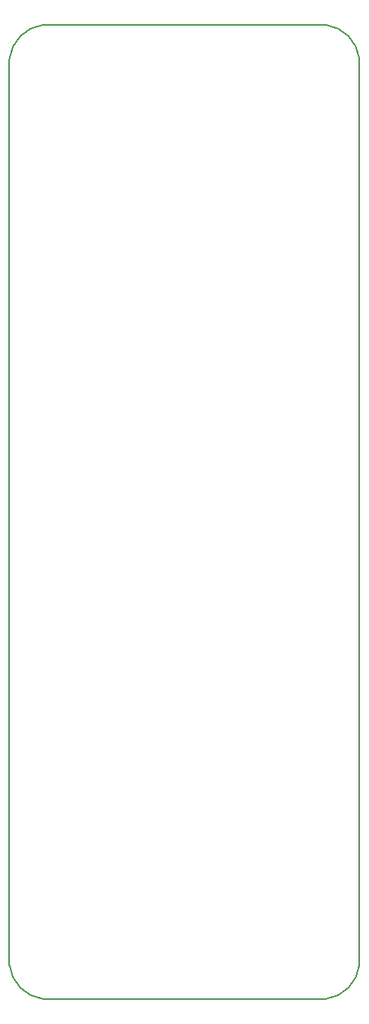
<source format=gko>
G04 DipTrace 3.2.0.1*
G04 microburst_fixed_heatsink.GKO*
%MOIN*%
G04 #@! TF.FileFunction,Profile*
G04 #@! TF.Part,Single*
%ADD11C,0.005512*%
%FSLAX26Y26*%
G04*
G70*
G90*
G75*
G01*
G04 BoardOutline*
%LPD*%
X394000Y544000D2*
D11*
G03X542000Y394000I170711J20421D01*
G01*
X1792000D1*
G03X1940000Y544000I-22711J170421D01*
G01*
Y4544000D1*
G03X1792000Y4694000I-170711J-20421D01*
G01*
X542000D1*
G03X394000Y4544000I22711J-170421D01*
G01*
Y544000D1*
M02*

</source>
